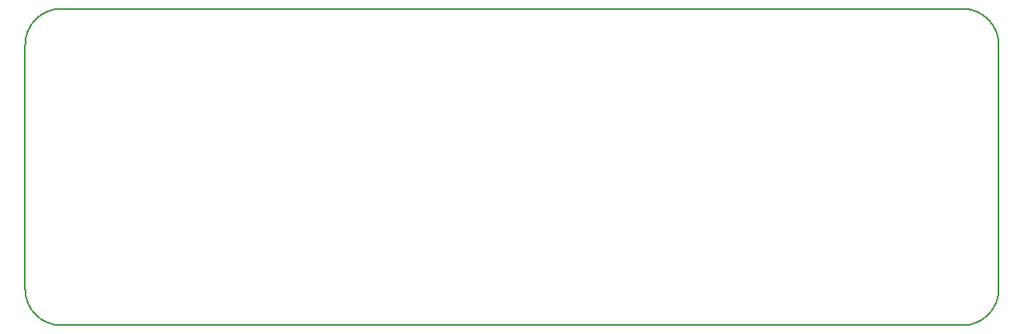
<source format=gko>
G04*
G04 #@! TF.GenerationSoftware,Altium Limited,Altium Designer,19.0.14 (431)*
G04*
G04 Layer_Color=16711935*
%FSLAX25Y25*%
%MOIN*%
G70*
G01*
G75*
%ADD15C,0.00600*%
D15*
X39370Y53937D02*
G03*
X53937Y39370I14567J0D01*
G01*
X418110D02*
G03*
X432677Y53937I0J14567D01*
G01*
Y152756D02*
G03*
X418110Y167323I-14567J0D01*
G01*
X53937D02*
G03*
X39370Y152756I0J-14567D01*
G01*
X53937Y39370D02*
X418110Y39370D01*
X432677Y53937D02*
Y130315D01*
Y152756D01*
X53937Y167323D02*
X418110Y167323D01*
X39370Y53937D02*
Y152756D01*
M02*

</source>
